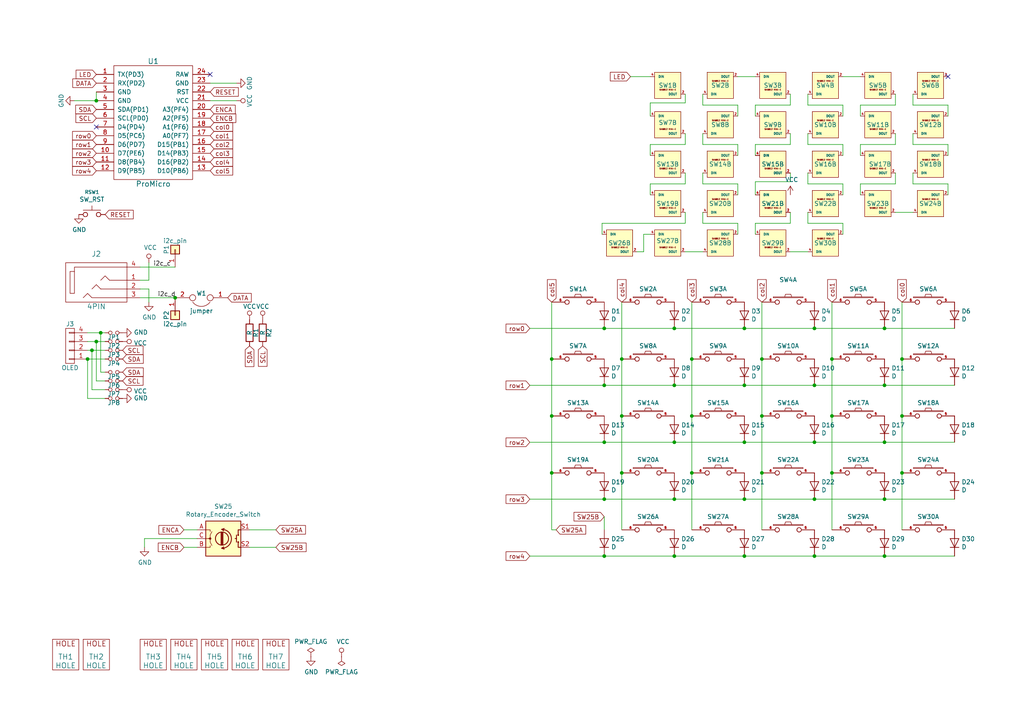
<source format=kicad_sch>
(kicad_sch (version 20230121) (generator eeschema)
  (paper "A4")
  (junction (at 195.58 128.27))
  (junction (at 175.26 161.29))
  (junction (at 241.3 104.14))
  (junction (at 215.9 144.78))
  (junction (at 25.4 104.14))
  (junction (at 256.54 128.27))
  (junction (at 220.98 137.16))
  (junction (at 256.54 161.29))
  (junction (at 195.58 111.76))
  (junction (at 236.22 95.25))
  (junction (at 261.62 120.65))
  (junction (at 236.22 161.29))
  (junction (at 261.62 137.16))
  (junction (at 27.94 99.06))
  (junction (at 215.9 95.25))
  (junction (at 175.26 128.27))
  (junction (at 215.9 128.27))
  (junction (at 27.94 29.21))
  (junction (at 180.34 104.14))
  (junction (at 175.26 95.25))
  (junction (at 241.3 120.65))
  (junction (at 256.54 95.25))
  (junction (at 195.58 161.29))
  (junction (at 220.98 104.14))
  (junction (at 215.9 161.29))
  (junction (at 200.66 104.14))
  (junction (at 175.26 144.78))
  (junction (at 256.54 111.76))
  (junction (at 160.02 137.16))
  (junction (at 160.02 104.14))
  (junction (at 200.66 120.65))
  (junction (at 200.66 137.16))
  (junction (at 241.3 137.16))
  (junction (at 160.02 120.65))
  (junction (at 261.62 104.14))
  (junction (at 180.34 120.65))
  (junction (at 236.22 144.78))
  (junction (at 236.22 111.76))
  (junction (at 50.8 86.36))
  (junction (at 26.67 101.6))
  (junction (at 220.98 120.65))
  (junction (at 180.34 137.16))
  (junction (at 195.58 95.25))
  (junction (at 175.26 111.76))
  (junction (at 256.54 144.78))
  (junction (at 29.21 96.52))
  (junction (at 236.22 128.27))
  (junction (at 215.9 111.76))
  (junction (at 195.58 144.78))
  (no_connect (at 27.94 36.83))
  (no_connect (at 274.955 22.225))
  (no_connect (at 60.96 21.59))
  (wire (pts (xy 195.58 144.78) (xy 175.26 144.78)))
  (wire (pts (xy 195.58 111.76) (xy 175.26 111.76)))
  (wire (pts (xy 25.4 104.14) (xy 25.4 115.57)))
  (wire (pts (xy 198.755 38.735) (xy 198.755 41.91)))
  (wire (pts (xy 256.54 128.27) (xy 276.86 128.27)))
  (wire (pts (xy 234.315 53.34) (xy 234.315 50.165)))
  (wire (pts (xy 229.235 30.48) (xy 219.075 30.48)))
  (wire (pts (xy 175.26 149.86) (xy 175.26 153.67)))
  (wire (pts (xy 244.475 41.91) (xy 234.315 41.91)))
  (wire (pts (xy 259.715 41.91) (xy 249.555 41.91)))
  (wire (pts (xy 180.34 104.14) (xy 180.34 120.65)))
  (wire (pts (xy 264.795 53.34) (xy 264.795 50.165)))
  (wire (pts (xy 220.98 137.16) (xy 220.98 153.67)))
  (wire (pts (xy 43.18 83.82) (xy 43.18 87.63)))
  (wire (pts (xy 175.26 128.27) (xy 153.67 128.27)))
  (wire (pts (xy 153.67 161.29) (xy 175.26 161.29)))
  (wire (pts (xy 198.755 61.595) (xy 198.755 64.77)))
  (wire (pts (xy 220.98 87.63) (xy 220.98 104.14)))
  (wire (pts (xy 160.02 120.65) (xy 160.02 137.16)))
  (wire (pts (xy 256.54 144.78) (xy 276.86 144.78)))
  (wire (pts (xy 264.795 30.48) (xy 264.795 27.305)))
  (wire (pts (xy 244.475 30.48) (xy 234.315 30.48)))
  (wire (pts (xy 259.715 30.48) (xy 249.555 30.48)))
  (wire (pts (xy 26.67 101.6) (xy 30.48 101.6)))
  (wire (pts (xy 229.235 50.165) (xy 229.235 52.705)))
  (wire (pts (xy 29.21 96.52) (xy 30.48 96.52)))
  (wire (pts (xy 259.715 61.595) (xy 264.795 61.595)))
  (wire (pts (xy 26.67 113.03) (xy 30.48 113.03)))
  (wire (pts (xy 261.62 120.65) (xy 261.62 137.16)))
  (wire (pts (xy 219.075 52.705) (xy 219.075 56.515)))
  (wire (pts (xy 40.64 83.82) (xy 43.18 83.82)))
  (wire (pts (xy 256.54 161.29) (xy 276.86 161.29)))
  (wire (pts (xy 198.755 53.34) (xy 188.595 53.34)))
  (wire (pts (xy 261.62 120.65) (xy 261.62 104.14)))
  (wire (pts (xy 53.34 153.67) (xy 57.15 153.67)))
  (wire (pts (xy 72.39 158.75) (xy 80.01 158.75)))
  (wire (pts (xy 234.315 41.91) (xy 234.315 38.735)))
  (wire (pts (xy 203.835 41.91) (xy 203.835 38.735)))
  (wire (pts (xy 27.94 26.67) (xy 27.94 29.21)))
  (wire (pts (xy 198.755 73.025) (xy 203.835 73.025)))
  (wire (pts (xy 229.235 52.705) (xy 219.075 52.705)))
  (wire (pts (xy 236.22 161.29) (xy 256.54 161.29)))
  (wire (pts (xy 186.69 67.945) (xy 188.595 67.945)))
  (wire (pts (xy 274.955 41.91) (xy 264.795 41.91)))
  (wire (pts (xy 203.835 30.48) (xy 203.835 27.305)))
  (wire (pts (xy 25.4 115.57) (xy 30.48 115.57)))
  (wire (pts (xy 160.02 87.63) (xy 160.02 104.14)))
  (wire (pts (xy 195.58 161.29) (xy 215.9 161.29)))
  (wire (pts (xy 40.64 86.36) (xy 50.8 86.36)))
  (wire (pts (xy 188.595 29.845) (xy 188.595 33.655)))
  (wire (pts (xy 241.3 104.14) (xy 241.3 120.65)))
  (wire (pts (xy 244.475 56.515) (xy 244.475 53.34)))
  (wire (pts (xy 229.235 41.91) (xy 219.075 41.91)))
  (wire (pts (xy 213.995 45.085) (xy 213.995 41.91)))
  (wire (pts (xy 259.715 38.735) (xy 259.715 41.91)))
  (wire (pts (xy 195.58 111.76) (xy 215.9 111.76)))
  (wire (pts (xy 53.34 158.75) (xy 57.15 158.75)))
  (wire (pts (xy 215.9 95.25) (xy 236.22 95.25)))
  (wire (pts (xy 215.9 128.27) (xy 236.22 128.27)))
  (wire (pts (xy 244.475 45.085) (xy 244.475 41.91)))
  (wire (pts (xy 229.235 27.305) (xy 229.235 30.48)))
  (wire (pts (xy 180.34 87.63) (xy 180.34 104.14)))
  (wire (pts (xy 213.995 56.515) (xy 213.995 53.34)))
  (wire (pts (xy 213.995 41.91) (xy 203.835 41.91)))
  (wire (pts (xy 215.9 111.76) (xy 236.22 111.76)))
  (wire (pts (xy 198.755 50.165) (xy 198.755 53.34)))
  (wire (pts (xy 244.475 53.34) (xy 234.315 53.34)))
  (wire (pts (xy 213.995 53.34) (xy 203.835 53.34)))
  (wire (pts (xy 175.26 111.76) (xy 153.67 111.76)))
  (wire (pts (xy 43.18 76.2) (xy 43.18 81.28)))
  (wire (pts (xy 180.34 137.16) (xy 180.34 153.67)))
  (wire (pts (xy 274.955 53.34) (xy 264.795 53.34)))
  (wire (pts (xy 186.69 73.025) (xy 186.69 67.945)))
  (wire (pts (xy 25.4 99.06) (xy 27.94 99.06)))
  (wire (pts (xy 180.34 120.65) (xy 180.34 137.16)))
  (wire (pts (xy 160.02 153.67) (xy 161.29 153.67)))
  (wire (pts (xy 175.26 161.29) (xy 195.58 161.29)))
  (wire (pts (xy 198.755 29.845) (xy 188.595 29.845)))
  (wire (pts (xy 175.26 144.78) (xy 153.67 144.78)))
  (wire (pts (xy 25.4 101.6) (xy 26.67 101.6)))
  (wire (pts (xy 215.9 144.78) (xy 236.22 144.78)))
  (wire (pts (xy 274.955 45.085) (xy 274.955 41.91)))
  (wire (pts (xy 229.235 38.735) (xy 229.235 41.91)))
  (wire (pts (xy 219.075 41.91) (xy 219.075 45.085)))
  (wire (pts (xy 27.94 110.49) (xy 30.48 110.49)))
  (wire (pts (xy 213.995 67.945) (xy 213.995 64.77)))
  (wire (pts (xy 213.995 64.77) (xy 203.835 64.77)))
  (wire (pts (xy 249.555 41.91) (xy 249.555 45.085)))
  (wire (pts (xy 43.18 81.28) (xy 40.64 81.28)))
  (wire (pts (xy 274.955 56.515) (xy 274.955 53.34)))
  (wire (pts (xy 213.995 33.655) (xy 213.995 30.48)))
  (wire (pts (xy 200.66 104.14) (xy 200.66 120.65)))
  (wire (pts (xy 236.22 144.78) (xy 256.54 144.78)))
  (wire (pts (xy 29.21 96.52) (xy 29.21 107.95)))
  (wire (pts (xy 215.9 161.29) (xy 236.22 161.29)))
  (wire (pts (xy 174.625 64.77) (xy 174.625 67.945)))
  (wire (pts (xy 229.235 64.77) (xy 219.075 64.77)))
  (wire (pts (xy 256.54 95.25) (xy 276.86 95.25)))
  (wire (pts (xy 195.58 144.78) (xy 215.9 144.78)))
  (wire (pts (xy 213.995 22.225) (xy 219.075 22.225)))
  (wire (pts (xy 241.3 137.16) (xy 241.3 120.65)))
  (wire (pts (xy 236.22 128.27) (xy 256.54 128.27)))
  (wire (pts (xy 57.15 156.21) (xy 41.91 156.21)))
  (wire (pts (xy 229.235 73.025) (xy 234.315 73.025)))
  (wire (pts (xy 274.955 33.655) (xy 274.955 30.48)))
  (wire (pts (xy 264.795 41.91) (xy 264.795 38.735)))
  (wire (pts (xy 256.54 111.76) (xy 276.86 111.76)))
  (wire (pts (xy 182.88 22.225) (xy 188.595 22.225)))
  (wire (pts (xy 234.315 30.48) (xy 234.315 27.305)))
  (wire (pts (xy 220.98 120.65) (xy 220.98 137.16)))
  (wire (pts (xy 244.475 22.225) (xy 249.555 22.225)))
  (wire (pts (xy 234.315 64.77) (xy 234.315 61.595)))
  (wire (pts (xy 188.595 53.34) (xy 188.595 56.515)))
  (wire (pts (xy 184.785 73.025) (xy 186.69 73.025)))
  (wire (pts (xy 60.96 29.21) (xy 68.58 29.21)))
  (wire (pts (xy 30.48 104.14) (xy 25.4 104.14)))
  (wire (pts (xy 27.94 99.06) (xy 27.94 110.49)))
  (wire (pts (xy 213.995 30.48) (xy 203.835 30.48)))
  (wire (pts (xy 244.475 64.77) (xy 234.315 64.77)))
  (wire (pts (xy 249.555 53.34) (xy 249.555 56.515)))
  (wire (pts (xy 198.755 27.305) (xy 198.755 29.845)))
  (wire (pts (xy 40.64 77.47) (xy 50.8 77.47)))
  (wire (pts (xy 259.715 50.165) (xy 259.715 53.34)))
  (wire (pts (xy 249.555 30.48) (xy 249.555 33.655)))
  (wire (pts (xy 198.755 64.77) (xy 174.625 64.77)))
  (wire (pts (xy 160.02 137.16) (xy 160.02 153.67)))
  (wire (pts (xy 220.98 104.14) (xy 220.98 120.65)))
  (wire (pts (xy 261.62 137.16) (xy 261.62 153.67)))
  (wire (pts (xy 203.835 53.34) (xy 203.835 50.165)))
  (wire (pts (xy 60.96 24.13) (xy 68.58 24.13)))
  (wire (pts (xy 241.3 137.16) (xy 241.3 153.67)))
  (wire (pts (xy 219.075 64.77) (xy 219.075 67.945)))
  (wire (pts (xy 195.58 128.27) (xy 215.9 128.27)))
  (wire (pts (xy 25.4 96.52) (xy 29.21 96.52)))
  (wire (pts (xy 198.755 41.91) (xy 188.595 41.91)))
  (wire (pts (xy 195.58 95.25) (xy 175.26 95.25)))
  (wire (pts (xy 200.66 120.65) (xy 200.66 137.16)))
  (wire (pts (xy 229.235 61.595) (xy 229.235 64.77)))
  (wire (pts (xy 195.58 95.25) (xy 215.9 95.25)))
  (wire (pts (xy 259.715 53.34) (xy 249.555 53.34)))
  (wire (pts (xy 41.91 156.21) (xy 41.91 158.75)))
  (wire (pts (xy 72.39 153.67) (xy 80.01 153.67)))
  (wire (pts (xy 200.66 137.16) (xy 200.66 153.67)))
  (wire (pts (xy 219.075 30.48) (xy 219.075 33.655)))
  (wire (pts (xy 259.715 27.305) (xy 259.715 30.48)))
  (wire (pts (xy 195.58 128.27) (xy 175.26 128.27)))
  (wire (pts (xy 26.67 101.6) (xy 26.67 113.03)))
  (wire (pts (xy 27.94 99.06) (xy 30.48 99.06)))
  (wire (pts (xy 29.21 107.95) (xy 30.48 107.95)))
  (wire (pts (xy 256.54 95.25) (xy 236.22 95.25)))
  (wire (pts (xy 175.26 95.25) (xy 153.67 95.25)))
  (wire (pts (xy 241.3 87.63) (xy 241.3 104.14)))
  (wire (pts (xy 274.955 30.48) (xy 264.795 30.48)))
  (wire (pts (xy 244.475 67.945) (xy 244.475 64.77)))
  (wire (pts (xy 160.02 104.14) (xy 160.02 120.65)))
  (wire (pts (xy 261.62 104.14) (xy 261.62 87.63)))
  (wire (pts (xy 27.94 29.21) (xy 21.59 29.21)))
  (wire (pts (xy 244.475 33.655) (xy 244.475 30.48)))
  (wire (pts (xy 203.835 64.77) (xy 203.835 61.595)))
  (wire (pts (xy 236.22 111.76) (xy 256.54 111.76)))
  (wire (pts (xy 188.595 41.91) (xy 188.595 45.085)))
  (wire (pts (xy 200.66 87.63) (xy 200.66 104.14)))
  (label "i2c_c" (at 44.45 77.47 0))
  (label "i2c_d" (at 45.72 86.36 0))
  (global_label "SCL" (shape input) (at 76.2 100.33 270) (property "Intersheetrefs" "${INTERSHEET_REFS}" (effects hide)))
  (global_label "row3" (shape input) (at 27.94 46.99 180) (property "Intersheetrefs" "${INTERSHEET_REFS}" (effects hide)))
  (global_label "row1" (shape input) (at 27.94 41.91 180) (property "Intersheetrefs" "${INTERSHEET_REFS}" (effects hide)))
  (global_label "col4" (shape input) (at 60.96 46.99 0) (property "Intersheetrefs" "${INTERSHEET_REFS}" (effects hide)))
  (global_label "SCL" (shape input) (at 35.56 110.49 0) (property "Intersheetrefs" "${INTERSHEET_REFS}" (effects hide)))
  (global_label "col2" (shape input) (at 60.96 41.91 0) (property "Intersheetrefs" "${INTERSHEET_REFS}" (effects hide)))
  (global_label "col2" (shape input) (at 220.98 87.63 90) (property "Intersheetrefs" "${INTERSHEET_REFS}" (effects hide)))
  (global_label "row0" (shape input) (at 27.94 39.37 180) (property "Intersheetrefs" "${INTERSHEET_REFS}" (effects hide)))
  (global_label "row4" (shape input) (at 153.67 161.29 180) (property "Intersheetrefs" "${INTERSHEET_REFS}" (effects hide)))
  (global_label "col3" (shape input) (at 60.96 44.45 0) (property "Intersheetrefs" "${INTERSHEET_REFS}" (effects hide)))
  (global_label "row1" (shape input) (at 153.67 111.76 180) (property "Intersheetrefs" "${INTERSHEET_REFS}" (effects hide)))
  (global_label "SW25B" (shape input) (at 80.01 158.75 0) (property "Intersheetrefs" "${INTERSHEET_REFS}" (effects hide)))
  (global_label "col0" (shape input) (at 60.96 36.83 0) (property "Intersheetrefs" "${INTERSHEET_REFS}" (effects hide)))
  (global_label "SCL" (shape input) (at 27.94 34.29 180) (property "Intersheetrefs" "${INTERSHEET_REFS}" (effects hide)))
  (global_label "RESET" (shape input) (at 60.96 26.67 0) (property "Intersheetrefs" "${INTERSHEET_REFS}" (effects hide)))
  (global_label "col0" (shape input) (at 261.62 87.63 90) (property "Intersheetrefs" "${INTERSHEET_REFS}" (effects hide)))
  (global_label "row4" (shape input) (at 27.94 49.53 180) (property "Intersheetrefs" "${INTERSHEET_REFS}" (effects hide)))
  (global_label "SDA" (shape input) (at 35.56 104.14 0) (property "Intersheetrefs" "${INTERSHEET_REFS}" (effects hide)))
  (global_label "SW25B" (shape input) (at 175.26 149.86 180) (property "Intersheetrefs" "${INTERSHEET_REFS}" (effects hide)))
  (global_label "col5" (shape input) (at 160.02 87.63 90) (property "Intersheetrefs" "${INTERSHEET_REFS}" (effects hide)))
  (global_label "col1" (shape input) (at 241.3 87.63 90) (property "Intersheetrefs" "${INTERSHEET_REFS}" (effects hide)))
  (global_label "col4" (shape input) (at 180.34 87.63 90) (property "Intersheetrefs" "${INTERSHEET_REFS}" (effects hide)))
  (global_label "SDA" (shape input) (at 72.39 100.33 270) (property "Intersheetrefs" "${INTERSHEET_REFS}" (effects hide)))
  (global_label "LED" (shape input) (at 182.88 22.225 180) (property "Intersheetrefs" "${INTERSHEET_REFS}" (effects hide)))
  (global_label "RESET" (shape input) (at 30.48 62.23 0) (property "Intersheetrefs" "${INTERSHEET_REFS}" (effects hide)))
  (global_label "ENCA" (shape input) (at 60.96 31.75 0) (property "Intersheetrefs" "${INTERSHEET_REFS}" (effects hide)))
  (global_label "SW25A" (shape input) (at 80.01 153.67 0) (property "Intersheetrefs" "${INTERSHEET_REFS}" (effects hide)))
  (global_label "ENCB" (shape input) (at 53.34 158.75 180) (property "Intersheetrefs" "${INTERSHEET_REFS}" (effects hide)))
  (global_label "col3" (shape input) (at 200.66 87.63 90) (property "Intersheetrefs" "${INTERSHEET_REFS}" (effects hide)))
  (global_label "ENCA" (shape input) (at 53.34 153.67 180) (property "Intersheetrefs" "${INTERSHEET_REFS}" (effects hide)))
  (global_label "SCL" (shape input) (at 35.56 101.6 0) (property "Intersheetrefs" "${INTERSHEET_REFS}" (effects hide)))
  (global_label "SDA" (shape input) (at 27.94 31.75 180) (property "Intersheetrefs" "${INTERSHEET_REFS}" (effects hide)))
  (global_label "row2" (shape input) (at 27.94 44.45 180) (property "Intersheetrefs" "${INTERSHEET_REFS}" (effects hide)))
  (global_label "row3" (shape input) (at 153.67 144.78 180) (property "Intersheetrefs" "${INTERSHEET_REFS}" (effects hide)))
  (global_label "DATA" (shape input) (at 66.04 86.36 0) (property "Intersheetrefs" "${INTERSHEET_REFS}" (effects hide)))
  (global_label "SW25A" (shape input) (at 161.29 153.67 0) (property "Intersheetrefs" "${INTERSHEET_REFS}" (effects hide)))
  (global_label "SDA" (shape input) (at 35.56 107.95 0) (property "Intersheetrefs" "${INTERSHEET_REFS}" (effects hide)))
  (global_label "row0" (shape input) (at 153.67 95.25 180) (property "Intersheetrefs" "${INTERSHEET_REFS}" (effects hide)))
  (global_label "col1" (shape input) (at 60.96 39.37 0) (property "Intersheetrefs" "${INTERSHEET_REFS}" (effects hide)))
  (global_label "ENCB" (shape input) (at 60.96 34.29 0) (property "Intersheetrefs" "${INTERSHEET_REFS}" (effects hide)))
  (global_label "row2" (shape input) (at 153.67 128.27 180) (property "Intersheetrefs" "${INTERSHEET_REFS}" (effects hide)))
  (global_label "col5" (shape input) (at 60.96 49.53 0) (property "Intersheetrefs" "${INTERSHEET_REFS}" (effects hide)))
  (global_label "DATA" (shape input) (at 27.94 24.13 180) (property "Intersheetrefs" "${INTERSHEET_REFS}" (effects hide)))
  (global_label "LED" (shape input) (at 27.94 21.59 180) (property "Intersheetrefs" "${INTERSHEET_REFS}" (effects hide)))
  (symbol (lib_id "SofleKeyboard-rescue:ProMicro_2-Lily58-cache-Lily58_Pro-rescue") (at 44.45 35.56 0) (unit 1)
    (property "Reference" "U1" (at 44.45 17.78 0) (effects (font (size 1.524 1.524))))
    (property "Value" "ProMicro" (at 44.45 53.34 0) (effects (font (size 1.524 1.524))))
    (property "Footprint" "SofleKeyboard-footprint:ProMicro" (effects hide))
  )
  (symbol (lib_id "SofleKeyboard:SW_PUSH_LED") (at 187.96 153.67 0) (unit 1)
    (property "Reference" "SW26" (at 187.96 149.86 0))
    (property "Value" "SW_PUSH_LED" (effects hide))
    (property "Footprint" "SofleChoc:Choc_Hotswap_SK6812MiniE" (effects hide))
  )
  (symbol (lib_id "SofleKeyboard:SW_PUSH_LED") (at 167.64 87.63 0) (unit 1)
    (property "Reference" "SW1" (at 167.64 83.82 0))
    (property "Value" "SW_PUSH_LED" (effects hide))
    (property "Footprint" "SofleChoc:Choc_Hotswap_SK6812MiniE" (effects hide))
  )
  (symbol (lib_id "SofleKeyboard-rescue:D-Lily58-cache-Lily58_Pro-rescue") (at 175.26 91.44 90) (unit 1)
    (property "Reference" "D1" (at 177.2666 90.2716 90) (effects (justify right)))
    (property "Value" "D" (at 177.2666 92.583 90) (effects (justify right)))
    (property "Footprint" "Diode_SMD:crkbd-diode" (effects hide))
  )
  (symbol (lib_id "SofleKeyboard:SW_PUSH_LED") (at 187.96 87.63 0) (unit 1)
    (property "Reference" "SW2" (at 187.96 83.82 0))
    (property "Value" "SW_PUSH_LED" (effects hide))
    (property "Footprint" "SofleChoc:Choc_Hotswap_SK6812MiniE" (effects hide))
  )
  (symbol (lib_id "SofleKeyboard-rescue:D-Lily58-cache-Lily58_Pro-rescue") (at 195.58 91.44 90) (unit 1)
    (property "Reference" "D2" (at 197.5866 90.2716 90) (effects (justify right)))
    (property "Value" "D" (at 197.5866 92.583 90) (effects (justify right)))
    (property "Footprint" "Diode_SMD:crkbd-diode" (effects hide))
  )
  (symbol (lib_id "SofleKeyboard:SW_PUSH_LED") (at 208.28 87.63 0) (unit 1)
    (property "Reference" "SW3" (at 208.28 83.82 0))
    (property "Value" "SW_PUSH_LED" (effects hide))
    (property "Footprint" "SofleChoc:Choc_Hotswap_SK6812MiniE" (effects hide))
  )
  (symbol (lib_id "SofleKeyboard-rescue:D-Lily58-cache-Lily58_Pro-rescue") (at 215.9 91.44 90) (unit 1)
    (property "Reference" "D3" (at 217.9066 90.2716 90) (effects (justify right)))
    (property "Value" "D" (at 217.9066 92.583 90) (effects (justify right)))
    (property "Footprint" "Diode_SMD:crkbd-diode" (effects hide))
  )
  (symbol (lib_id "SofleKeyboard:SW_PUSH_LED") (at 228.6 87.63 0) (unit 1)
    (property "Reference" "SW4" (at 228.6 81.153 0))
    (property "Value" "SW_PUSH_LED" (effects hide))
    (property "Footprint" "SofleChoc:Choc_Hotswap_SK6812MiniE" (effects hide))
  )
  (symbol (lib_id "SofleKeyboard-rescue:D-Lily58-cache-Lily58_Pro-rescue") (at 236.22 91.44 90) (unit 1)
    (property "Reference" "D4" (at 238.2266 90.2716 90) (effects (justify right)))
    (property "Value" "D" (at 238.2266 92.583 90) (effects (justify right)))
    (property "Footprint" "Diode_SMD:crkbd-diode" (effects hide))
  )
  (symbol (lib_id "SofleKeyboard:SW_PUSH_LED") (at 248.92 87.63 0) (unit 1)
    (property "Reference" "SW5" (at 248.92 83.82 0))
    (property "Value" "SW_PUSH_LED" (effects hide))
    (property "Footprint" "SofleChoc:Choc_Hotswap_SK6812MiniE" (effects hide))
  )
  (symbol (lib_id "SofleKeyboard-rescue:D-Lily58-cache-Lily58_Pro-rescue") (at 256.54 91.44 90) (unit 1)
    (property "Reference" "D5" (at 258.5466 90.2716 90) (effects (justify right)))
    (property "Value" "D" (at 258.5466 92.583 90) (effects (justify right)))
    (property "Footprint" "Diode_SMD:crkbd-diode" (effects hide))
  )
  (symbol (lib_id "SofleKeyboard:SW_PUSH_LED") (at 269.24 87.63 0) (unit 1)
    (property "Reference" "SW6" (at 269.24 83.82 0))
    (property "Value" "SW_PUSH_LED" (effects hide))
    (property "Footprint" "SofleChoc:Choc_Hotswap_SK6812MiniE" (effects hide))
  )
  (symbol (lib_id "SofleKeyboard-rescue:D-Lily58-cache-Lily58_Pro-rescue") (at 276.86 91.44 90) (unit 1)
    (property "Reference" "D6" (at 278.8666 90.2716 90) (effects (justify right)))
    (property "Value" "D" (at 278.8666 92.583 90) (effects (justify right)))
    (property "Footprint" "Diode_SMD:crkbd-diode" (effects hide))
  )
  (symbol (lib_id "SofleKeyboard:SW_PUSH_LED") (at 187.96 104.14 0) (unit 1)
    (property "Reference" "SW8" (at 187.96 100.33 0))
    (property "Value" "SW_PUSH_LED" (effects hide))
    (property "Footprint" "SofleChoc:Choc_Hotswap_SK6812MiniE" (effects hide))
  )
  (symbol (lib_id "SofleKeyboard:SW_PUSH_LED") (at 208.28 104.14 0) (unit 1)
    (property "Reference" "SW9" (at 208.28 100.33 0))
    (property "Value" "SW_PUSH_LED" (effects hide))
    (property "Footprint" "SofleChoc:Choc_Hotswap_SK6812MiniE" (effects hide))
  )
  (symbol (lib_id "SofleKeyboard:SW_PUSH_LED") (at 228.6 104.14 0) (unit 1)
    (property "Reference" "SW10" (at 228.6 100.33 0))
    (property "Value" "SW_PUSH_LED" (effects hide))
    (property "Footprint" "SofleChoc:Choc_Hotswap_SK6812MiniE" (effects hide))
  )
  (symbol (lib_id "SofleKeyboard:SW_PUSH_LED") (at 248.92 104.14 0) (unit 1)
    (property "Reference" "SW11" (at 248.92 100.33 0))
    (property "Value" "SW_PUSH_LED" (effects hide))
    (property "Footprint" "SofleChoc:Choc_Hotswap_SK6812MiniE" (effects hide))
  )
  (symbol (lib_id "SofleKeyboard:SW_PUSH_LED") (at 269.24 104.14 0) (unit 1)
    (property "Reference" "SW12" (at 269.24 100.33 0))
    (property "Value" "SW_PUSH_LED" (effects hide))
    (property "Footprint" "SofleChoc:Choc_Hotswap_SK6812MiniE" (effects hide))
  )
  (symbol (lib_id "SofleKeyboard:SW_PUSH_LED") (at 167.64 104.14 0) (unit 1)
    (property "Reference" "SW7" (at 167.64 100.33 0))
    (property "Value" "SW_PUSH_LED" (effects hide))
    (property "Footprint" "SofleChoc:Choc_Hotswap_SK6812MiniE" (effects hide))
  )
  (symbol (lib_id "SofleKeyboard-rescue:D-Lily58-cache-Lily58_Pro-rescue") (at 175.26 107.95 90) (unit 1)
    (property "Reference" "D7" (at 177.2666 106.7816 90) (effects (justify right)))
    (property "Value" "D" (at 177.2666 109.093 90) (effects (justify right)))
    (property "Footprint" "Diode_SMD:crkbd-diode" (effects hide))
  )
  (symbol (lib_id "SofleKeyboard-rescue:D-Lily58-cache-Lily58_Pro-rescue") (at 195.58 107.95 90) (unit 1)
    (property "Reference" "D8" (at 197.5866 106.7816 90) (effects (justify right)))
    (property "Value" "D" (at 197.5866 109.093 90) (effects (justify right)))
    (property "Footprint" "Diode_SMD:crkbd-diode" (effects hide))
  )
  (symbol (lib_id "SofleKeyboard-rescue:D-Lily58-cache-Lily58_Pro-rescue") (at 215.9 107.95 90) (unit 1)
    (property "Reference" "D9" (at 217.9066 106.7816 90) (effects (justify right)))
    (property "Value" "D" (at 217.9066 109.093 90) (effects (justify right)))
    (property "Footprint" "Diode_SMD:crkbd-diode" (effects hide))
  )
  (symbol (lib_id "SofleKeyboard-rescue:D-Lily58-cache-Lily58_Pro-rescue") (at 236.22 107.95 90) (unit 1)
    (property "Reference" "D10" (at 238.2266 106.7816 90) (effects (justify right)))
    (property "Value" "D" (at 238.2266 109.093 90) (effects (justify right)))
    (property "Footprint" "Diode_SMD:crkbd-diode" (effects hide))
  )
  (symbol (lib_id "SofleKeyboard-rescue:D-Lily58-cache-Lily58_Pro-rescue") (at 256.54 107.95 90) (unit 1)
    (property "Reference" "D11" (at 258.5466 106.7816 90) (effects (justify right)))
    (property "Value" "D" (at 258.5466 109.093 90) (effects (justify right)))
    (property "Footprint" "Diode_SMD:crkbd-diode" (effects hide))
  )
  (symbol (lib_id "SofleKeyboard-rescue:D-Lily58-cache-Lily58_Pro-rescue") (at 276.86 107.95 90) (unit 1)
    (property "Reference" "D12" (at 278.8666 106.7816 90) (effects (justify right)))
    (property "Value" "D" (at 278.8666 109.093 90) (effects (justify right)))
    (property "Footprint" "Diode_SMD:crkbd-diode" (effects hide))
  )
  (symbol (lib_id "SofleKeyboard:SW_PUSH_LED") (at 167.64 120.65 0) (unit 1)
    (property "Reference" "SW13" (at 167.64 116.84 0))
    (property "Value" "SW_PUSH_LED" (effects hide))
    (property "Footprint" "SofleChoc:Choc_Hotswap_SK6812MiniE" (effects hide))
  )
  (symbol (lib_id "SofleKeyboard:SW_PUSH_LED") (at 187.96 120.65 0) (unit 1)
    (property "Reference" "SW14" (at 187.96 116.84 0))
    (property "Value" "SW_PUSH_LED" (effects hide))
    (property "Footprint" "SofleChoc:Choc_Hotswap_SK6812MiniE" (effects hide))
  )
  (symbol (lib_id "SofleKeyboard:SW_PUSH_LED") (at 208.28 120.65 0) (unit 1)
    (property "Reference" "SW15" (at 208.28 116.84 0))
    (property "Value" "SW_PUSH_LED" (effects hide))
    (property "Footprint" "SofleChoc:Choc_Hotswap_SK6812MiniE" (effects hide))
  )
  (symbol (lib_id "SofleKeyboard:SW_PUSH_LED") (at 228.6 120.65 0) (unit 1)
    (property "Reference" "SW16" (at 228.6 116.84 0))
    (property "Value" "SW_PUSH_LED" (effects hide))
    (property "Footprint" "SofleChoc:Choc_Hotswap_SK6812MiniE" (effects hide))
  )
  (symbol (lib_id "SofleKeyboard:SW_PUSH_LED") (at 248.92 120.65 0) (unit 1)
    (property "Reference" "SW17" (at 248.92 116.84 0))
    (property "Value" "SW_PUSH_LED" (effects hide))
    (property "Footprint" "SofleChoc:Choc_Hotswap_SK6812MiniE" (effects hide))
  )
  (symbol (lib_id "SofleKeyboard:SW_PUSH_LED") (at 269.24 120.65 0) (unit 1)
    (property "Reference" "SW18" (at 269.24 116.84 0))
    (property "Value" "SW_PUSH_LED" (effects hide))
    (property "Footprint" "SofleChoc:Choc_Hotswap_SK6812MiniE" (effects hide))
  )
  (symbol (lib_id "SofleKeyboard-rescue:D-Lily58-cache-Lily58_Pro-rescue") (at 175.26 124.46 90) (unit 1)
    (property "Reference" "D13" (at 177.2666 123.2916 90) (effects (justify right)))
    (property "Value" "D" (at 177.2666 125.603 90) (effects (justify right)))
    (property "Footprint" "Diode_SMD:crkbd-diode" (effects hide))
  )
  (symbol (lib_id "SofleKeyboard-rescue:D-Lily58-cache-Lily58_Pro-rescue") (at 195.58 124.46 90) (unit 1)
    (property "Reference" "D14" (at 197.5866 123.2916 90) (effects (justify right)))
    (property "Value" "D" (at 197.5866 125.603 90) (effects (justify right)))
    (property "Footprint" "Diode_SMD:crkbd-diode" (effects hide))
  )
  (symbol (lib_id "SofleKeyboard-rescue:D-Lily58-cache-Lily58_Pro-rescue") (at 215.9 124.46 90) (unit 1)
    (property "Reference" "D15" (at 217.9066 123.2916 90) (effects (justify right)))
    (property "Value" "D" (at 217.9066 125.603 90) (effects (justify right)))
    (property "Footprint" "Diode_SMD:crkbd-diode" (effects hide))
  )
  (symbol (lib_id "SofleKeyboard-rescue:D-Lily58-cache-Lily58_Pro-rescue") (at 236.22 124.46 90) (unit 1)
    (property "Reference" "D16" (at 238.2266 123.2916 90) (effects (justify right)))
    (property "Value" "D" (at 238.2266 125.603 90) (effects (justify right)))
    (property "Footprint" "Diode_SMD:crkbd-diode" (effects hide))
  )
  (symbol (lib_id "SofleKeyboard-rescue:D-Lily58-cache-Lily58_Pro-rescue") (at 256.54 124.46 90) (unit 1)
    (property "Reference" "D17" (at 258.5466 123.2916 90) (effects (justify right)))
    (property "Value" "D" (at 258.5466 125.603 90) (effects (justify right)))
    (property "Footprint" "Diode_SMD:crkbd-diode" (effects hide))
  )
  (symbol (lib_id "SofleKeyboard-rescue:D-Lily58-cache-Lily58_Pro-rescue") (at 276.86 124.46 90) (unit 1)
    (property "Reference" "D18" (at 278.8666 123.2916 90) (effects (justify right)))
    (property "Value" "D" (at 278.8666 125.603 90) (effects (justify right)))
    (property "Footprint" "Diode_SMD:crkbd-diode" (effects hide))
  )
  (symbol (lib_id "SofleKeyboard:SW_PUSH_LED") (at 208.28 137.16 0) (unit 1)
    (property "Reference" "SW21" (at 208.28 133.35 0))
    (property "Value" "SW_PUSH_LED" (effects hide))
    (property "Footprint" "SofleChoc:Choc_Hotswap_SK6812MiniE" (effects hide))
  )
  (symbol (lib_id "SofleKeyboard:SW_PUSH_LED") (at 228.6 137.16 0) (unit 1)
    (property "Reference" "SW22" (at 228.6 133.35 0))
    (property "Value" "SW_PUSH_LED" (effects hide))
    (property "Footprint" "SofleChoc:Choc_Hotswap_SK6812MiniE" (effects hide))
  )
  (symbol (lib_id "SofleKeyboard:SW_PUSH_LED") (at 248.92 137.16 0) (unit 1)
    (property "Reference" "SW23" (at 248.92 133.35 0))
    (property "Value" "SW_PUSH_LED" (effects hide))
    (property "Footprint" "SofleChoc:Choc_Hotswap_SK6812MiniE" (effects hide))
  )
  (symbol (lib_id "SofleKeyboard:SW_PUSH_LED") (at 269.24 137.16 0) (unit 1)
    (property "Reference" "SW24" (at 269.24 133.35 0))
    (property "Value" "SW_PUSH_LED" (effects hide))
    (property "Footprint" "SofleChoc:Choc_Hotswap_SK6812MiniE" (effects hide))
  )
  (symbol (lib_id "SofleKeyboard:SW_PUSH_LED") (at 187.96 137.16 0) (unit 1)
    (property "Reference" "SW20" (at 187.96 133.35 0))
    (property "Value" "SW_PUSH_LED" (effects hide))
    (property "Footprint" "SofleChoc:Choc_Hotswap_SK6812MiniE" (effects hide))
  )
  (symbol (lib_id "SofleKeyboard:SW_PUSH_LED") (at 167.64 137.16 0) (unit 1)
    (property "Reference" "SW19" (at 167.64 133.35 0))
    (property "Value" "SW_PUSH_LED" (effects hide))
    (property "Footprint" "SofleChoc:Choc_Hotswap_SK6812MiniE" (effects hide))
  )
  (symbol (lib_id "SofleKeyboard-rescue:D-Lily58-cache-Lily58_Pro-rescue") (at 175.26 140.97 90) (unit 1)
    (property "Reference" "D19" (at 177.2666 139.8016 90) (effects (justify right)))
    (property "Value" "D" (at 177.2666 142.113 90) (effects (justify right)))
    (property "Footprint" "Diode_SMD:crkbd-diode" (effects hide))
  )
  (symbol (lib_id "SofleKeyboard-rescue:D-Lily58-cache-Lily58_Pro-rescue") (at 195.58 140.97 90) (unit 1)
    (property "Reference" "D20" (at 197.5866 139.8016 90) (effects (justify right)))
    (property "Value" "D" (at 197.5866 142.113 90) (effects (justify right)))
    (property "Footprint" "Diode_SMD:crkbd-diode" (effects hide))
  )
  (symbol (lib_id "SofleKeyboard-rescue:D-Lily58-cache-Lily58_Pro-rescue") (at 215.9 140.97 90) (unit 1)
    (property "Reference" "D21" (at 217.9066 139.8016 90) (effects (justify right)))
    (property "Value" "D" (at 217.9066 142.113 90) (effects (justify right)))
    (property "Footprint" "Diode_SMD:crkbd-diode" (effects hide))
  )
  (symbol (lib_id "SofleKeyboard-rescue:D-Lily58-cache-Lily58_Pro-rescue") (at 236.22 140.97 90) (unit 1)
    (property "Reference" "D22" (at 238.2266 139.8016 90) (effects (justify right)))
    (property "Value" "D" (at 238.2266 142.113 90) (effects (justify right)))
    (property "Footprint" "Diode_SMD:crkbd-diode" (effects hide))
  )
  (symbol (lib_id "SofleKeyboard-rescue:D-Lily58-cache-Lily58_Pro-rescue") (at 256.54 140.97 90) (unit 1)
    (property "Reference" "D23" (at 258.5466 139.8016 90) (effects (justify right)))
    (property "Value" "D" (at 258.5466 142.113 90) (effects (justify right)))
    (property "Footprint" "Diode_SMD:crkbd-diode" (effects hide))
  )
  (symbol (lib_id "SofleKeyboard-rescue:D-Lily58-cache-Lily58_Pro-rescue") (at 276.86 140.97 90) (unit 1)
    (property "Reference" "D24" (at 278.8666 139.8016 90) (effects (justify right)))
    (property "Value" "D" (at 278.8666 142.113 90) (effects (justify right)))
    (property "Footprint" "Diode_SMD:crkbd-diode" (effects hide))
  )
  (symbol (lib_id "SofleKeyboard:SW_PUSH_LED") (at 208.28 153.67 0) (unit 1)
    (property "Reference" "SW27" (at 208.28 149.86 0))
    (property "Value" "SW_PUSH_LED" (effects hide))
    (property "Footprint" "SofleChoc:Choc_Hotswap_SK6812MiniE" (effects hide))
  )
  (symbol (lib_id "SofleKeyboard:SW_PUSH_LED") (at 228.6 153.67 0) (unit 1)
    (property "Reference" "SW28" (at 228.6 149.86 0))
    (property "Value" "SW_PUSH_LED" (effects hide))
    (property "Footprint" "SofleChoc:Choc_Hotswap_SK6812MiniE" (effects hide))
  )
  (symbol (lib_id "SofleKeyboard:SW_PUSH_LED") (at 248.92 153.67 0) (unit 1)
    (property "Reference" "SW29" (at 248.92 149.86 0))
    (property "Value" "SW_PUSH_LED" (effects hide))
    (property "Footprint" "SofleChoc:Choc_Hotswap_SK6812MiniE" (effects hide))
  )
  (symbol (lib_id "SofleKeyboard-rescue:D-Lily58-cache-Lily58_Pro-rescue") (at 175.26 157.48 90) (unit 1)
    (property "Reference" "D25" (at 177.2666 156.3116 90) (effects (justify right)))
    (property "Value" "D" (at 177.2666 158.623 90) (effects (justify right)))
    (property "Footprint" "Diode_SMD:crkbd-diode" (effects hide))
  )
  (symbol (lib_id "SofleKeyboard-rescue:D-Lily58-cache-Lily58_Pro-rescue") (at 195.58 157.48 90) (unit 1)
    (property "Reference" "D26" (at 197.5866 156.3116 90) (effects (justify right)))
    (property "Value" "D" (at 197.5866 158.623 90) (effects (justify right)))
    (property "Footprint" "Diode_SMD:crkbd-diode" (effects hide))
  )
  (symbol (lib_id "SofleKeyboard-rescue:D-Lily58-cache-Lily58_Pro-rescue") (at 215.9 157.48 90) (unit 1)
    (property "Reference" "D27" (at 217.9066 156.3116 90) (effects (justify right)))
    (property "Value" "D" (at 217.9066 158.623 90) (effects (justify right)))
    (property "Footprint" "Diode_SMD:crkbd-diode" (effects hide))
  )
  (symbol (lib_id "SofleKeyboard-rescue:D-Lily58-cache-Lily58_Pro-rescue") (at 236.22 157.48 90) (unit 1)
    (property "Reference" "D28" (at 238.2266 156.3116 90) (effects (justify right)))
    (property "Value" "D" (at 238.2266 158.623 90) (effects (justify right)))
    (property "Footprint" "Diode_SMD:crkbd-diode" (effects hide))
  )
  (symbol (lib_id "SofleKeyboard-rescue:D-Lily58-cache-Lily58_Pro-rescue") (at 256.54 157.48 90) (unit 1)
    (property "Reference" "D29" (at 258.5466 156.3116 90) (effects (justify right)))
    (property "Value" "D" (at 258.5466 158.623 90) (effects (justify right)))
    (property "Footprint" "Diode_SMD:crkbd-diode" (effects hide))
  )
  (symbol (lib_id "SofleKeyboard-rescue:VCC-Lily58-cache-Lily58_Pro-rescue") (at 68.58 29.21 270) (unit 1)
    (property "Reference" "#PWR04" (effects hide))
    (property "Value" "VCC" (at 72.39 29.21 0))
  )
  (symbol (lib_id "SofleKeyboard-rescue:VCC-Lily58-cache-Lily58_Pro-rescue") (at 72.39 92.71 0) (unit 1)
    (property "Reference" "#PWR05" (effects hide))
    (property "Value" "VCC" (at 72.39 88.9 0))
  )
  (symbol (lib_id "SofleKeyboard-rescue:VCC-Lily58-cache-Lily58_Pro-rescue") (at 76.2 92.71 0) (unit 1)
    (property "Reference" "#PWR06" (effects hide))
    (property "Value" "VCC" (at 76.2 88.9 0))
  )
  (symbol (lib_id "SofleKeyboard-rescue:R-Lily58-cache-Lily58_Pro-rescue") (at 72.39 96.52 0) (unit 1)
    (property "Reference" "R1" (at 74.93 96.52 90) (effects (justify bottom)))
    (property "Value" "R" (at 72.39 96.52 90))
    (property "Footprint" "SofleKeyboard-footprint:RESISTOR_mini" (effects hide))
  )
  (symbol (lib_id "SofleKeyboard-rescue:R-Lily58-cache-Lily58_Pro-rescue") (at 76.2 96.52 0) (unit 1)
    (property "Reference" "R2" (at 78.74 96.52 90) (effects (justify bottom)))
    (property "Value" "R" (at 76.2 96.52 90))
    (property "Footprint" "SofleKeyboard-footprint:RESISTOR_mini" (effects hide))
  )
  (symbol (lib_id "SofleKeyboard-rescue:MJ-4PP-9-Lily58-cache-Lily58_Pro-rescue") (at 29.21 81.28 0) (unit 1)
    (property "Reference" "J2" (at 27.94 73.66 0) (effects (font (size 1.524 1.524))))
    (property "Value" "4PIN" (at 27.94 88.9 0) (effects (font (size 1.524 1.524))))
    (property "Footprint" "SofleKeyboard-footprint:MJ-4PP-9" (effects hide))
  )
  (symbol (lib_id "SofleKeyboard-rescue:GND-Lily58-cache-Lily58_Pro-rescue") (at 22.86 62.23 0) (unit 1)
    (property "Reference" "#PWR010" (effects hide))
    (property "Value" "GND" (at 22.987 66.6242 0))
  )
  (symbol (lib_id "SofleKeyboard-rescue:PWR_FLAG-Lily58-cache-Lily58_Pro-rescue") (at 90.17 190.5 0) (unit 1)
    (property "Reference" "#FLG01" (effects hide))
    (property "Value" "PWR_FLAG" (at 90.17 186.0804 0))
  )
  (symbol (lib_id "SofleKeyboard-rescue:GND-Lily58-cache-Lily58_Pro-rescue") (at 90.17 190.5 0) (unit 1)
    (property "Reference" "#PWR012" (effects hide))
    (property "Value" "GND" (at 90.297 194.8942 0))
  )
  (symbol (lib_id "SofleKeyboard-rescue:VCC-Lily58-cache-Lily58_Pro-rescue") (at 99.06 190.5 0) (unit 1)
    (property "Reference" "#PWR013" (effects hide))
    (property "Value" "VCC" (at 99.4918 186.1058 0))
  )
  (symbol (lib_id "SofleKeyboard-rescue:PWR_FLAG-Lily58-cache-Lily58_Pro-rescue") (at 99.06 190.5 180) (unit 1)
    (property "Reference" "#FLG02" (effects hide))
    (property "Value" "PWR_FLAG" (at 99.06 194.8942 0))
  )
  (symbol (lib_id "SofleKeyboard-rescue:HOLE-Lily58-cache-Lily58_Pro-rescue") (at 19.05 190.5 0) (unit 1)
    (property "Reference" "TH1" (at 19.05 190.5 0) (effects (font (size 1.524 1.524))))
    (property "Value" "HOLE" (at 19.05 193.04 0) (effects (font (size 1.524 1.524))))
    (property "Footprint" "SofleKeyboard-footprint:M2_HOLE_PCB" (effects hide))
  )
  (symbol (lib_id "SofleKeyboard-rescue:HOLE-Lily58-cache-Lily58_Pro-rescue") (at 27.94 190.5 0) (unit 1)
    (property "Reference" "TH2" (at 27.94 190.5 0) (effects (font (size 1.524 1.524))))
    (property "Value" "HOLE" (at 27.94 193.04 0) (effects (font (size 1.524 1.524))))
    (property "Footprint" "SofleKeyboard-footprint:M2_HOLE_PCB" (effects hide))
  )
  (symbol (lib_id "SofleKeyboard-rescue:HOLE-Lily58-cache-Lily58_Pro-rescue") (at 53.34 190.5 0) (unit 1)
    (property "Reference" "TH4" (at 53.34 190.5 0) (effects (font (size 1.524 1.524))))
    (property "Value" "HOLE" (at 53.34 193.04 0) (effects (font (size 1.524 1.524))))
    (property "Footprint" "SofleKeyboard-footprint:HOLE_M2_TH" (effects hide))
  )
  (symbol (lib_id "SofleKeyboard-rescue:HOLE-Lily58-cache-Lily58_Pro-rescue") (at 62.23 190.5 0) (unit 1)
    (property "Reference" "TH5" (at 62.23 190.5 0) (effects (font (size 1.524 1.524))))
    (property "Value" "HOLE" (at 62.23 193.04 0) (effects (font (size 1.524 1.524))))
    (property "Footprint" "SofleKeyboard-footprint:HOLE_M2_TH" (effects hide))
  )
  (symbol (lib_id "SofleKeyboard-rescue:HOLE-Lily58-cache-Lily58_Pro-rescue") (at 71.12 190.5 0) (unit 1)
    (property "Reference" "TH6" (at 71.12 190.5 0) (effects (font (size 1.524 1.524))))
    (property "Value" "HOLE" (at 71.12 193.04 0) (effects (font (size 1.524 1.524))))
    (property "Footprint" "SofleKeyboard-footprint:HOLE_M2_TH" (effects hide))
  )
  (symbol (lib_id "SofleKeyboard-rescue:HOLE-Lily58-cache-Lily58_Pro-rescue") (at 80.01 190.5 0) (unit 1)
    (property "Reference" "TH7" (at 80.01 190.5 0) (effects (font (size 1.524 1.524))))
    (property "Value" "HOLE" (at 80.01 193.04 0) (effects (font (size 1.524 1.524))))
    (property "Footprint" "SofleKeyboard-footprint:HOLE_M2_TH" (effects hide))
  )
  (symbol (lib_id "SofleKeyboard-rescue:HOLE-Lily58-cache-Lily58_Pro-rescue") (at 44.45 190.5 0) (unit 1)
    (property "Reference" "TH3" (at 44.45 190.5 0) (effects (font (size 1.524 1.524))))
    (property "Value" "HOLE" (at 44.45 193.04 0) (effects (font (size 1.524 1.524))))
    (property "Footprint" "SofleKeyboard-footprint:HOLE_M2_TH" (effects hide))
  )
  (symbol (lib_id "SofleKeyboard-rescue:GND-Lily58-cache-Lily58_Pro-rescue") (at 68.58 24.13 90) (unit 1)
    (property "Reference" "#PWR0101" (effects hide))
    (property "Value" "GND" (at 72.39 24.13 0))
  )
  (symbol (lib_id "SofleKeyboard-rescue:GND-Lily58-cache-Lily58_Pro-rescue") (at 21.59 29.21 270) (unit 1)
    (property "Reference" "#PWR0102" (effects hide))
    (property "Value" "GND" (at 17.78 29.21 0))
  )
  (symbol (lib_id "SofleKeyboard-rescue:SW_RST-Lily58-cache-Lily58_Pro-rescue") (at 26.67 62.23 0) (unit 1)
    (property "Reference" "RSW1" (at 26.67 55.7276 0) (effects (font (size 1.016 1.016))))
    (property "Value" "SW_RST" (at 26.67 57.8358 0))
    (property "Footprint" "SofleKeyboard-footprint:TACT_SWITCH_TVBP06" (effects hide))
  )
  (symbol (lib_id "SofleKeyboard-rescue:GND-power") (at 43.18 87.63 0) (unit 1)
    (property "Reference" "#PWR02" (effects hide))
    (property "Value" "GND" (at 43.307 92.0242 0))
  )
  (symbol (lib_id "SofleKeyboard-rescue:VCC-power") (at 43.18 76.2 0) (unit 1)
    (property "Reference" "#PWR01" (effects hide))
    (property "Value" "VCC" (at 43.6118 71.8058 0))
  )
  (symbol (lib_id "SofleKeyboard-rescue:i2c_pin-Lily58-cache-Lily58_Pro-rescue") (at 50.8 72.39 90) (unit 1)
    (property "Reference" "P1" (at 48.26 72.39 0))
    (property "Value" "i2c_pin" (at 50.8 69.85 90))
    (property "Footprint" "SofleKeyboard-footprint:1pin_conn" (effects hide))
  )
  (symbol (lib_id "SofleKeyboard-rescue:i2c_pin-Lily58-cache-Lily58_Pro-rescue") (at 50.8 91.44 270) (unit 1)
    (property "Reference" "P2" (at 48.26 91.44 0))
    (property "Value" "i2c_pin" (at 50.8 93.98 90))
    (property "Footprint" "SofleKeyboard-footprint:1pin_conn" (effects hide))
  )
  (symbol (lib_id "SofleKeyboard-rescue:Jumper-Device") (at 58.42 86.36 180) (unit 1)
    (property "Reference" "W1" (at 58.42 85.09 0))
    (property "Value" "jumper" (at 58.42 90.17 0))
    (property "Footprint" "SofleKeyboard-footprint:jumper_data" (effects hide))
  )
  (symbol (lib_id "SofleKeyboard-rescue:OLED-Lily58-cache-Lily58_Pro-rescue") (at 20.32 100.33 180) (unit 1)
    (property "Reference" "J3" (at 20.32 93.98 0))
    (property "Value" "OLED" (at 20.32 106.68 0))
    (property "Footprint" "SofleKeyboard-footprint:OLED_4Pin" (effects hide))
  )
  (symbol (lib_id "SofleKeyboard-rescue:Jumper_NO_Small-Device") (at 33.02 96.52 0) (unit 1)
    (property "Reference" "JP1" (at 33.02 97.79 0))
    (property "Value" "Jumper_NO_Small" (effects hide))
    (property "Footprint" "SofleKeyboard-footprint:Jumper" (effects hide))
  )
  (symbol (lib_id "SofleKeyboard-rescue:Jumper_NO_Small-Device") (at 33.02 99.06 0) (unit 1)
    (property "Reference" "JP2" (at 33.02 100.33 0))
    (property "Value" "Jumper_NO_Small" (effects hide))
    (property "Footprint" "SofleKeyboard-footprint:Jumper" (effects hide))
  )
  (symbol (lib_id "SofleKeyboard-rescue:Jumper_NO_Small-Device") (at 33.02 101.6 0) (unit 1)
    (property "Reference" "JP3" (at 33.02 102.87 0))
    (property "Value" "Jumper_NO_Small" (effects hide))
    (property "Footprint" "SofleKeyboard-footprint:Jumper" (effects hide))
  )
  (symbol (lib_id "SofleKeyboard-rescue:Jumper_NO_Small-Device") (at 33.02 104.14 0) (unit 1)
    (property "Reference" "JP4" (at 33.02 105.41 0))
    (property "Value" "Jumper_NO_Small" (effects hide))
    (property "Footprint" "SofleKeyboard-footprint:Jumper" (effects hide))
  )
  (symbol (lib_id "SofleKeyboard-rescue:Jumper_NO_Small-Device") (at 33.02 107.95 0) (unit 1)
    (property "Reference" "JP5" (at 33.02 109.22 0))
    (property "Value" "Jumper_NO_Small" (effects hide))
    (property "Footprint" "SofleKeyboard-footprint:Jumper" (effects hide))
  )
  (symbol (lib_id "SofleKeyboard-rescue:Jumper_NO_Small-Device") (at 33.02 110.49 0) (unit 1)
    (property "Reference" "JP6" (at 33.02 111.76 0))
    (property "Value" "Jumper_NO_Small" (effects hide))
    (property "Footprint" "SofleKeyboard-footprint:Jumper" (effects hide))
  )
  (symbol (lib_id "SofleKeyboard-rescue:Jumper_NO_Small-Device") (at 33.02 113.03 0) (unit 1)
    (property "Reference" "JP7" (at 33.02 114.3 0))
    (property "Value" "Jumper_NO_Small" (effects hide))
    (property "Footprint" "SofleKeyboard-footprint:Jumper" (effects hide))
  )
  (symbol (lib_id "SofleKeyboard-rescue:Jumper_NO_Small-Device") (at 33.02 115.57 0) (unit 1)
    (property "Reference" "JP8" (at 33.02 116.84 0))
    (property "Value" "Jumper_NO_Small" (effects hide))
    (property "Footprint" "SofleKeyboard-footprint:Jumper" (effects hide))
  )
  (symbol (lib_id "SofleKeyboard-rescue:GND-power") (at 35.56 96.52 90) (unit 1)
    (property "Reference" "#PWR03" (effects hide))
    (property "Value" "GND" (at 38.8112 96.393 90) (effects (justify right)))
  )
  (symbol (lib_id "SofleKeyboard-rescue:VCC-power") (at 35.56 99.06 270) (unit 1)
    (property "Reference" "#PWR09" (effects hide))
    (property "Value" "VCC" (at 38.8112 99.4918 90) (effects (justify left)))
  )
  (symbol (lib_id "SofleKeyboard-rescue:GND-power") (at 35.56 115.57 90) (unit 1)
    (property "Reference" "#PWR014" (effects hide))
    (property "Value" "GND" (at 38.8112 115.443 90) (effects (justify right)))
  )
  (symbol (lib_id "SofleKeyboard-rescue:VCC-power") (at 35.56 113.03 270) (unit 1)
    (property "Reference" "#PWR011" (effects hide))
    (property "Value" "VCC" (at 38.8112 113.4618 90) (effects (justify left)))
  )
  (symbol (lib_id "SofleKeyboard:SW_PUSH_LED") (at 269.24 153.67 0) (unit 1)
    (property "Reference" "SW30" (at 269.24 149.86 0))
    (property "Value" "SW_PUSH_LED" (effects hide))
    (property "Footprint" "SofleChoc:Choc_Hotswap_SK6812MiniE" (effects hide))
  )
  (symbol (lib_id "SofleKeyboard-rescue:D-Lily58-cache-Lily58_Pro-rescue") (at 276.86 157.48 90) (unit 1)
    (property "Reference" "D30" (at 278.8666 156.3116 90) (effects (justify right)))
    (property "Value" "D" (at 278.8666 158.623 90) (effects (justify right)))
    (property "Footprint" "Diode_SMD:crkbd-diode" (effects hide))
  )
  (symbol (lib_id "SofleKeyboard-rescue:Rotary_Encoder_Switch-Device") (at 64.77 156.21 0) (unit 1)
    (property "Reference" "SW25" (at 64.77 146.8882 0))
    (property "Value" "Rotary_Encoder_Switch" (at 64.77 149.1996 0))
    (property "Footprint" "SofleKeyboard-footprint:RotaryEncoder_Alps_EC11E-Switch_Vertical_H20mm-keebio_modified" (effects hide))
  )
  (symbol (lib_id "SofleKeyboard-rescue:GND-power") (at 41.91 158.75 0) (unit 1)
    (property "Reference" "#PWR0103" (effects hide))
    (property "Value" "GND" (at 42.037 163.1442 0))
  )
  (symbol (lib_id "SofleKeyboard:SW_PUSH_LED") (at 193.675 24.765 0) (mirror y) (unit 2)
    (property "Reference" "SW1" (at 193.675 24.765 0))
    (property "Value" "SW_PUSH_LED" (effects hide))
    (property "Footprint" "SofleChoc:Choc_Hotswap_SK6812MiniE" (effects hide))
  )
  (symbol (lib_id "SofleKeyboard:SW_PUSH_LED") (at 208.915 24.765 180) (unit 2)
    (property "Reference" "SW2" (at 208.915 24.765 0))
    (property "Value" "SW_PUSH_LED" (effects hide))
    (property "Footprint" "SofleChoc:Choc_Hotswap_SK6812MiniE" (effects hide))
  )
  (symbol (lib_id "SofleKeyboard:SW_PUSH_LED") (at 224.155 24.765 0) (mirror y) (unit 2)
    (property "Reference" "SW3" (at 224.155 24.765 0))
    (property "Value" "SW_PUSH_LED" (effects hide))
    (property "Footprint" "SofleChoc:Choc_Hotswap_SK6812MiniE" (effects hide))
  )
  (symbol (lib_id "SofleKeyboard:SW_PUSH_LED") (at 239.395 24.765 180) (unit 2)
    (property "Reference" "SW4" (at 239.395 24.765 0))
    (property "Value" "SW_PUSH_LED" (effects hide))
    (property "Footprint" "SofleChoc:Choc_Hotswap_SK6812MiniE" (effects hide))
  )
  (symbol (lib_id "SofleKeyboard:SW_PUSH_LED") (at 254.635 24.765 0) (mirror y) (unit 2)
    (property "Reference" "SW5" (at 254.635 24.765 0))
    (property "Value" "SW_PUSH_LED" (effects hide))
    (property "Footprint" "SofleChoc:Choc_Hotswap_SK6812MiniE" (effects hide))
  )
  (symbol (lib_id "SofleKeyboard:SW_PUSH_LED") (at 269.875 24.765 180) (unit 2)
    (property "Reference" "SW6" (at 269.875 24.765 0))
    (property "Value" "SW_PUSH_LED" (effects hide))
    (property "Footprint" "SofleChoc:Choc_Hotswap_SK6812MiniE" (effects hide))
  )
  (symbol (lib_id "SofleKeyboard:SW_PUSH_LED") (at 193.675 36.195 0) (mirror y) (unit 2)
    (property "Reference" "SW7" (at 193.675 35.56 0))
    (property "Value" "SW_PUSH_LED" (effects hide))
    (property "Footprint" "SofleChoc:Choc_Hotswap_SK6812MiniE" (effects hide))
  )
  (symbol (lib_id "SofleKeyboard:SW_PUSH_LED") (at 208.915 36.195 180) (unit 2)
    (property "Reference" "SW8" (at 208.915 36.195 0))
    (property "Value" "SW_PUSH_LED" (effects hide))
    (property "Footprint" "SofleChoc:Choc_Hotswap_SK6812MiniE" (effects hide))
  )
  (symbol (lib_id "SofleKeyboard:SW_PUSH_LED") (at 224.155 36.195 0) (mirror y) (unit 2)
    (property "Reference" "SW9" (at 224.155 36.195 0))
    (property "Value" "SW_PUSH_LED" (effects hide))
    (property "Footprint" "SofleChoc:Choc_Hotswap_SK6812MiniE" (effects hide))
  )
  (symbol (lib_id "SofleKeyboard:SW_PUSH_LED") (at 239.395 36.195 180) (unit 2)
    (property "Reference" "SW10" (at 239.395 36.195 0))
    (property "Value" "SW_PUSH_LED" (effects hide))
    (property "Footprint" "SofleChoc:Choc_Hotswap_SK6812MiniE" (effects hide))
  )
  (symbol (lib_id "SofleKeyboard:SW_PUSH_LED") (at 254.635 36.195 0) (mirror y) (unit 2)
    (property "Reference" "SW11" (at 254.635 36.195 0))
    (property "Value" "SW_PUSH_LED" (effects hide))
    (property "Footprint" "SofleChoc:Choc_Hotswap_SK6812MiniE" (effects hide))
  )
  (symbol (lib_id "SofleKeyboard:SW_PUSH_LED") (at 269.875 36.195 180) (unit 2)
    (property "Reference" "SW12" (at 269.875 36.195 0))
    (property "Value" "SW_PUSH_LED" (effects hide))
    (property "Footprint" "SofleChoc:Choc_Hotswap_SK6812MiniE" (effects hide))
  )
  (symbol (lib_id "SofleKeyboard:SW_PUSH_LED") (at 269.875 59.055 180) (unit 2)
    (property "Reference" "SW24" (at 269.875 59.055 0))
    (property "Value" "SW_PUSH_LED" (effects hide))
    (property "Footprint" "SofleChoc:Choc_Hotswap_SK6812MiniE" (effects hide))
  )
  (symbol (lib_id "SofleKeyboard:SW_PUSH_LED") (at 254.635 59.055 0) (mirror y) (unit 2)
    (property "Reference" "SW23" (at 254.635 59.055 0))
    (property "Value" "SW_PUSH_LED" (effects hide))
    (property "Footprint" "SofleChoc:Choc_Hotswap_SK6812MiniE" (effects hide))
  )
  (symbol (lib_id "SofleKeyboard:SW_PUSH_LED") (at 239.395 59.055 180) (unit 2)
    (property "Reference" "SW22" (at 239.395 59.055 0))
    (property "Value" "SW_PUSH_LED" (effects hide))
    (property "Footprint" "SofleChoc:Choc_Hotswap_SK6812MiniE" (effects hide))
  )
  (symbol (lib_id "SofleKeyboard:SW_PUSH_LED") (at 224.155 59.055 0) (mirror y) (unit 2)
    (property "Reference" "SW21" (at 224.155 59.055 0))
    (property "Value" "SW_PUSH_LED" (effects hide))
    (property "Footprint" "SofleChoc:Choc_Hotswap_SK6812MiniE" (effects hide))
  )
  (symbol (lib_id "SofleKeyboard:SW_PUSH_LED") (at 208.915 59.055 180) (unit 2)
    (property "Reference" "SW20" (at 208.915 59.055 0))
    (property "Value" "SW_PUSH_LED" (effects hide))
    (property "Footprint" "SofleChoc:Choc_Hotswap_SK6812MiniE" (effects hide))
  )
  (symbol (lib_id "SofleKeyboard:SW_PUSH_LED") (at 193.675 59.055 0) (mirror y) (unit 2)
    (property "Reference" "SW19" (at 193.675 59.055 0))
    (property "Value" "SW_PUSH_LED" (effects hide))
    (property "Footprint" "SofleChoc:Choc_Hotswap_SK6812MiniE" (effects hide))
  )
  (symbol (lib_id "SofleKeyboard:SW_PUSH_LED") (at 269.875 47.625 180) (unit 2)
    (property "Reference" "SW18" (at 269.875 47.625 0))
    (property "Value" "SW_PUSH_LED" (effects hide))
    (property "Footprint" "SofleChoc:Choc_Hotswap_SK6812MiniE" (effects hide))
  )
  (symbol (lib_id "SofleKeyboard:SW_PUSH_LED") (at 254.635 47.625 0) (mirror y) (unit 2)
    (property "Reference" "SW17" (at 255.27 47.625 0))
    (property "Value" "SW_PUSH_LED" (effects hide))
    (property "Footprint" "SofleChoc:Choc_Hotswap_SK6812MiniE" (effects hide))
  )
  (symbol (lib_id "SofleKeyboard:SW_PUSH_LED") (at 239.395 47.625 180) (unit 2)
    (property "Reference" "SW16" (at 239.395 47.625 0))
    (property "Value" "SW_PUSH_LED" (effects hide))
    (property "Footprint" "SofleChoc:Choc_Hotswap_SK6812MiniE" (effects hide))
  )
  (symbol (lib_id "SofleKeyboard:SW_PUSH_LED") (at 224.155 47.625 0) (mirror y) (unit 2)
    (property "Reference" "SW15" (at 224.155 47.625 0))
    (property "Value" "SW_PUSH_LED" (effects hide))
    (property "Footprint" "SofleChoc:Choc_Hotswap_SK6812MiniE" (effects hide))
  )
  (symbol (lib_id "SofleKeyboard:SW_PUSH_LED") (at 208.915 47.625 180) (unit 2)
    (property "Reference" "SW14" (at 208.915 47.625 0))
    (property "Value" "SW_PUSH_LED" (effects hide))
    (property "Footprint" "SofleChoc:Choc_Hotswap_SK6812MiniE" (effects hide))
  )
  (symbol (lib_id "SofleKeyboard:SW_PUSH_LED") (at 193.675 47.625 0) (mirror y) (unit 2)
    (property "Reference" "SW13" (at 193.675 47.625 0))
    (property "Value" "SW_PUSH_LED" (effects hide))
    (property "Footprint" "SofleChoc:Choc_Hotswap_SK6812MiniE" (effects hide))
  )
  (symbol (lib_id "SofleKeyboard:SW_PUSH_LED") (at 224.155 70.485 0) (mirror y) (unit 2)
    (property "Reference" "SW29" (at 224.155 70.485 0))
    (property "Value" "SW_PUSH_LED" (effects hide))
    (property "Footprint" "SofleChoc:Choc_Hotswap_SK6812MiniE" (effects hide))
  )
  (symbol (lib_id "SofleKeyboard:SW_PUSH_LED") (at 208.915 70.485 180) (unit 2)
    (property "Reference" "SW28" (at 208.915 70.485 0))
    (property "Value" "SW_PUSH_LED" (effects hide))
    (property "Footprint" "SofleChoc:Choc_Hotswap_SK6812MiniE" (effects hide))
  )
  (symbol (lib_id "SofleKeyboard:SW_PUSH_LED") (at 193.675 70.485 0) (mirror y) (unit 2)
    (property "Reference" "SW27" (at 193.675 69.85 0))
    (property "Value" "SW_PUSH_LED" (effects hide))
    (property "Footprint" "SofleChoc:Choc_Hotswap_SK6812MiniE" (effects hide))
  )
  (symbol (lib_id "SofleKeyboard:SW_PUSH_LED") (at 179.705 70.485 0) (mirror y) (unit 2)
    (property "Reference" "SW26" (at 179.705 70.485 0))
    (property "Value" "SW_PUSH_LED" (effects hide))
    (property "Footprint" "SofleChoc:Choc_Hotswap_SK6812MiniE" (effects hide))
  )
  (symbol (lib_id "SofleKeyboard:SW_PUSH_LED") (at 239.395 70.485 180) (unit 2)
    (property "Reference" "SW30" (at 239.395 70.485 0))
    (property "Value" "SW_PUSH_LED" (effects hide))
    (property "Footprint" "SofleChoc:Choc_Hotswap_SK6812MiniE" (effects hide))
  )
  (symbol (lib_id "power:VCC") (at 229.235 56.515 0) (unit 1)
    (property "Reference" "#PWR0104" (effects hide))
    (property "Value" "VCC" (at 229.616 52.1208 0))
  )
)
</source>
